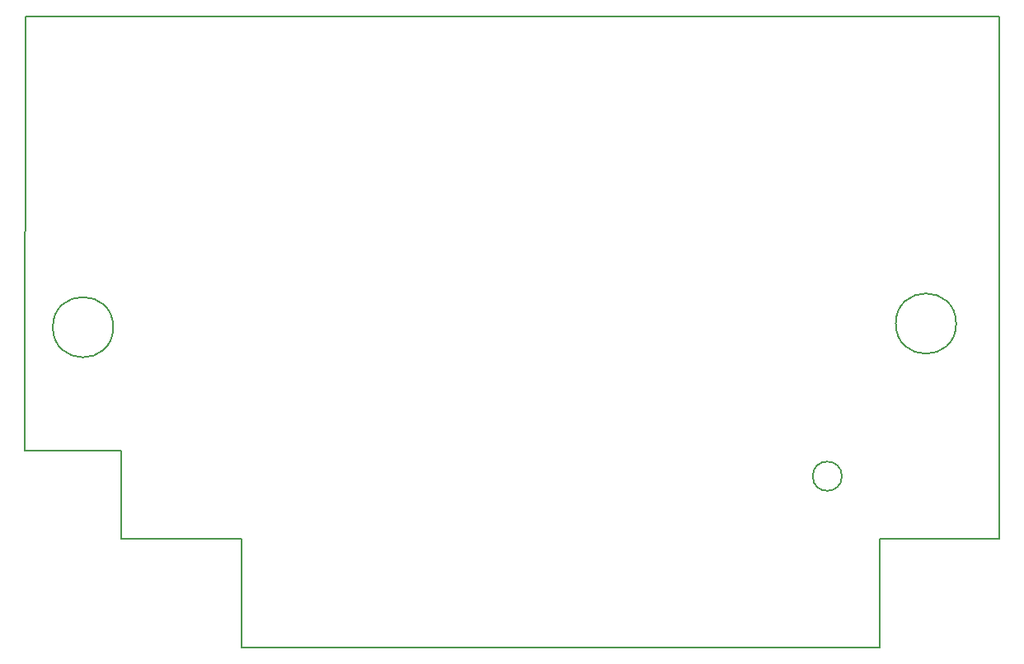
<source format=gbr>
%TF.GenerationSoftware,KiCad,Pcbnew,7.0.9*%
%TF.CreationDate,2024-01-18T21:39:17-03:00*%
%TF.ProjectId,HB3600-Cart,48423336-3030-42d4-9361-72742e6b6963,V1.0*%
%TF.SameCoordinates,Original*%
%TF.FileFunction,Profile,NP*%
%FSLAX46Y46*%
G04 Gerber Fmt 4.6, Leading zero omitted, Abs format (unit mm)*
G04 Created by KiCad (PCBNEW 7.0.9) date 2024-01-18 21:39:17*
%MOMM*%
%LPD*%
G01*
G04 APERTURE LIST*
%TA.AperFunction,Profile*%
%ADD10C,0.150000*%
%TD*%
G04 APERTURE END LIST*
D10*
X128020000Y-133269200D02*
X128045400Y-88692200D01*
X211892200Y-135910800D02*
G75*
G03*
X211892200Y-135910800I-1500000J0D01*
G01*
X150219600Y-153487600D02*
X150219600Y-142362400D01*
X137900600Y-142362400D02*
X137900600Y-133269200D01*
X150219600Y-142362400D02*
X137900600Y-142362400D01*
X215751600Y-142362400D02*
X228045200Y-142362400D01*
X137063600Y-120594600D02*
G75*
G03*
X137063600Y-120594600I-3100000J0D01*
G01*
X215751600Y-153513000D02*
X150219600Y-153487600D01*
X128045400Y-88692200D02*
X228070600Y-88692200D01*
X228070600Y-88692200D02*
X228045200Y-142362400D01*
X128020000Y-133269200D02*
X137900600Y-133269200D01*
X223626800Y-120226000D02*
G75*
G03*
X223626800Y-120226000I-3100000J0D01*
G01*
X215751600Y-142362400D02*
X215751600Y-153513000D01*
M02*

</source>
